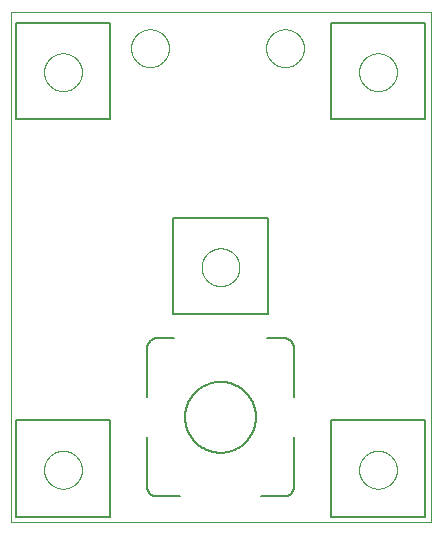
<source format=gto>
G75*
%MOIN*%
%OFA0B0*%
%FSLAX25Y25*%
%IPPOS*%
%LPD*%
%AMOC8*
5,1,8,0,0,1.08239X$1,22.5*
%
%ADD10C,0.00000*%
%ADD11C,0.00800*%
%ADD12C,0.00500*%
D10*
X0001000Y0001000D02*
X0001000Y0170961D01*
X0141000Y0171000D01*
X0141000Y0001000D01*
X0001000Y0001000D01*
X0012201Y0018500D02*
X0012203Y0018658D01*
X0012209Y0018816D01*
X0012219Y0018974D01*
X0012233Y0019132D01*
X0012251Y0019289D01*
X0012272Y0019446D01*
X0012298Y0019602D01*
X0012328Y0019758D01*
X0012361Y0019913D01*
X0012399Y0020066D01*
X0012440Y0020219D01*
X0012485Y0020371D01*
X0012534Y0020522D01*
X0012587Y0020671D01*
X0012643Y0020819D01*
X0012703Y0020965D01*
X0012767Y0021110D01*
X0012835Y0021253D01*
X0012906Y0021395D01*
X0012980Y0021535D01*
X0013058Y0021672D01*
X0013140Y0021808D01*
X0013224Y0021942D01*
X0013313Y0022073D01*
X0013404Y0022202D01*
X0013499Y0022329D01*
X0013596Y0022454D01*
X0013697Y0022576D01*
X0013801Y0022695D01*
X0013908Y0022812D01*
X0014018Y0022926D01*
X0014131Y0023037D01*
X0014246Y0023146D01*
X0014364Y0023251D01*
X0014485Y0023353D01*
X0014608Y0023453D01*
X0014734Y0023549D01*
X0014862Y0023642D01*
X0014992Y0023732D01*
X0015125Y0023818D01*
X0015260Y0023902D01*
X0015396Y0023981D01*
X0015535Y0024058D01*
X0015676Y0024130D01*
X0015818Y0024200D01*
X0015962Y0024265D01*
X0016108Y0024327D01*
X0016255Y0024385D01*
X0016404Y0024440D01*
X0016554Y0024491D01*
X0016705Y0024538D01*
X0016857Y0024581D01*
X0017010Y0024620D01*
X0017165Y0024656D01*
X0017320Y0024687D01*
X0017476Y0024715D01*
X0017632Y0024739D01*
X0017789Y0024759D01*
X0017947Y0024775D01*
X0018104Y0024787D01*
X0018263Y0024795D01*
X0018421Y0024799D01*
X0018579Y0024799D01*
X0018737Y0024795D01*
X0018896Y0024787D01*
X0019053Y0024775D01*
X0019211Y0024759D01*
X0019368Y0024739D01*
X0019524Y0024715D01*
X0019680Y0024687D01*
X0019835Y0024656D01*
X0019990Y0024620D01*
X0020143Y0024581D01*
X0020295Y0024538D01*
X0020446Y0024491D01*
X0020596Y0024440D01*
X0020745Y0024385D01*
X0020892Y0024327D01*
X0021038Y0024265D01*
X0021182Y0024200D01*
X0021324Y0024130D01*
X0021465Y0024058D01*
X0021604Y0023981D01*
X0021740Y0023902D01*
X0021875Y0023818D01*
X0022008Y0023732D01*
X0022138Y0023642D01*
X0022266Y0023549D01*
X0022392Y0023453D01*
X0022515Y0023353D01*
X0022636Y0023251D01*
X0022754Y0023146D01*
X0022869Y0023037D01*
X0022982Y0022926D01*
X0023092Y0022812D01*
X0023199Y0022695D01*
X0023303Y0022576D01*
X0023404Y0022454D01*
X0023501Y0022329D01*
X0023596Y0022202D01*
X0023687Y0022073D01*
X0023776Y0021942D01*
X0023860Y0021808D01*
X0023942Y0021672D01*
X0024020Y0021535D01*
X0024094Y0021395D01*
X0024165Y0021253D01*
X0024233Y0021110D01*
X0024297Y0020965D01*
X0024357Y0020819D01*
X0024413Y0020671D01*
X0024466Y0020522D01*
X0024515Y0020371D01*
X0024560Y0020219D01*
X0024601Y0020066D01*
X0024639Y0019913D01*
X0024672Y0019758D01*
X0024702Y0019602D01*
X0024728Y0019446D01*
X0024749Y0019289D01*
X0024767Y0019132D01*
X0024781Y0018974D01*
X0024791Y0018816D01*
X0024797Y0018658D01*
X0024799Y0018500D01*
X0024797Y0018342D01*
X0024791Y0018184D01*
X0024781Y0018026D01*
X0024767Y0017868D01*
X0024749Y0017711D01*
X0024728Y0017554D01*
X0024702Y0017398D01*
X0024672Y0017242D01*
X0024639Y0017087D01*
X0024601Y0016934D01*
X0024560Y0016781D01*
X0024515Y0016629D01*
X0024466Y0016478D01*
X0024413Y0016329D01*
X0024357Y0016181D01*
X0024297Y0016035D01*
X0024233Y0015890D01*
X0024165Y0015747D01*
X0024094Y0015605D01*
X0024020Y0015465D01*
X0023942Y0015328D01*
X0023860Y0015192D01*
X0023776Y0015058D01*
X0023687Y0014927D01*
X0023596Y0014798D01*
X0023501Y0014671D01*
X0023404Y0014546D01*
X0023303Y0014424D01*
X0023199Y0014305D01*
X0023092Y0014188D01*
X0022982Y0014074D01*
X0022869Y0013963D01*
X0022754Y0013854D01*
X0022636Y0013749D01*
X0022515Y0013647D01*
X0022392Y0013547D01*
X0022266Y0013451D01*
X0022138Y0013358D01*
X0022008Y0013268D01*
X0021875Y0013182D01*
X0021740Y0013098D01*
X0021604Y0013019D01*
X0021465Y0012942D01*
X0021324Y0012870D01*
X0021182Y0012800D01*
X0021038Y0012735D01*
X0020892Y0012673D01*
X0020745Y0012615D01*
X0020596Y0012560D01*
X0020446Y0012509D01*
X0020295Y0012462D01*
X0020143Y0012419D01*
X0019990Y0012380D01*
X0019835Y0012344D01*
X0019680Y0012313D01*
X0019524Y0012285D01*
X0019368Y0012261D01*
X0019211Y0012241D01*
X0019053Y0012225D01*
X0018896Y0012213D01*
X0018737Y0012205D01*
X0018579Y0012201D01*
X0018421Y0012201D01*
X0018263Y0012205D01*
X0018104Y0012213D01*
X0017947Y0012225D01*
X0017789Y0012241D01*
X0017632Y0012261D01*
X0017476Y0012285D01*
X0017320Y0012313D01*
X0017165Y0012344D01*
X0017010Y0012380D01*
X0016857Y0012419D01*
X0016705Y0012462D01*
X0016554Y0012509D01*
X0016404Y0012560D01*
X0016255Y0012615D01*
X0016108Y0012673D01*
X0015962Y0012735D01*
X0015818Y0012800D01*
X0015676Y0012870D01*
X0015535Y0012942D01*
X0015396Y0013019D01*
X0015260Y0013098D01*
X0015125Y0013182D01*
X0014992Y0013268D01*
X0014862Y0013358D01*
X0014734Y0013451D01*
X0014608Y0013547D01*
X0014485Y0013647D01*
X0014364Y0013749D01*
X0014246Y0013854D01*
X0014131Y0013963D01*
X0014018Y0014074D01*
X0013908Y0014188D01*
X0013801Y0014305D01*
X0013697Y0014424D01*
X0013596Y0014546D01*
X0013499Y0014671D01*
X0013404Y0014798D01*
X0013313Y0014927D01*
X0013224Y0015058D01*
X0013140Y0015192D01*
X0013058Y0015328D01*
X0012980Y0015465D01*
X0012906Y0015605D01*
X0012835Y0015747D01*
X0012767Y0015890D01*
X0012703Y0016035D01*
X0012643Y0016181D01*
X0012587Y0016329D01*
X0012534Y0016478D01*
X0012485Y0016629D01*
X0012440Y0016781D01*
X0012399Y0016934D01*
X0012361Y0017087D01*
X0012328Y0017242D01*
X0012298Y0017398D01*
X0012272Y0017554D01*
X0012251Y0017711D01*
X0012233Y0017868D01*
X0012219Y0018026D01*
X0012209Y0018184D01*
X0012203Y0018342D01*
X0012201Y0018500D01*
X0064701Y0086000D02*
X0064703Y0086158D01*
X0064709Y0086316D01*
X0064719Y0086474D01*
X0064733Y0086632D01*
X0064751Y0086789D01*
X0064772Y0086946D01*
X0064798Y0087102D01*
X0064828Y0087258D01*
X0064861Y0087413D01*
X0064899Y0087566D01*
X0064940Y0087719D01*
X0064985Y0087871D01*
X0065034Y0088022D01*
X0065087Y0088171D01*
X0065143Y0088319D01*
X0065203Y0088465D01*
X0065267Y0088610D01*
X0065335Y0088753D01*
X0065406Y0088895D01*
X0065480Y0089035D01*
X0065558Y0089172D01*
X0065640Y0089308D01*
X0065724Y0089442D01*
X0065813Y0089573D01*
X0065904Y0089702D01*
X0065999Y0089829D01*
X0066096Y0089954D01*
X0066197Y0090076D01*
X0066301Y0090195D01*
X0066408Y0090312D01*
X0066518Y0090426D01*
X0066631Y0090537D01*
X0066746Y0090646D01*
X0066864Y0090751D01*
X0066985Y0090853D01*
X0067108Y0090953D01*
X0067234Y0091049D01*
X0067362Y0091142D01*
X0067492Y0091232D01*
X0067625Y0091318D01*
X0067760Y0091402D01*
X0067896Y0091481D01*
X0068035Y0091558D01*
X0068176Y0091630D01*
X0068318Y0091700D01*
X0068462Y0091765D01*
X0068608Y0091827D01*
X0068755Y0091885D01*
X0068904Y0091940D01*
X0069054Y0091991D01*
X0069205Y0092038D01*
X0069357Y0092081D01*
X0069510Y0092120D01*
X0069665Y0092156D01*
X0069820Y0092187D01*
X0069976Y0092215D01*
X0070132Y0092239D01*
X0070289Y0092259D01*
X0070447Y0092275D01*
X0070604Y0092287D01*
X0070763Y0092295D01*
X0070921Y0092299D01*
X0071079Y0092299D01*
X0071237Y0092295D01*
X0071396Y0092287D01*
X0071553Y0092275D01*
X0071711Y0092259D01*
X0071868Y0092239D01*
X0072024Y0092215D01*
X0072180Y0092187D01*
X0072335Y0092156D01*
X0072490Y0092120D01*
X0072643Y0092081D01*
X0072795Y0092038D01*
X0072946Y0091991D01*
X0073096Y0091940D01*
X0073245Y0091885D01*
X0073392Y0091827D01*
X0073538Y0091765D01*
X0073682Y0091700D01*
X0073824Y0091630D01*
X0073965Y0091558D01*
X0074104Y0091481D01*
X0074240Y0091402D01*
X0074375Y0091318D01*
X0074508Y0091232D01*
X0074638Y0091142D01*
X0074766Y0091049D01*
X0074892Y0090953D01*
X0075015Y0090853D01*
X0075136Y0090751D01*
X0075254Y0090646D01*
X0075369Y0090537D01*
X0075482Y0090426D01*
X0075592Y0090312D01*
X0075699Y0090195D01*
X0075803Y0090076D01*
X0075904Y0089954D01*
X0076001Y0089829D01*
X0076096Y0089702D01*
X0076187Y0089573D01*
X0076276Y0089442D01*
X0076360Y0089308D01*
X0076442Y0089172D01*
X0076520Y0089035D01*
X0076594Y0088895D01*
X0076665Y0088753D01*
X0076733Y0088610D01*
X0076797Y0088465D01*
X0076857Y0088319D01*
X0076913Y0088171D01*
X0076966Y0088022D01*
X0077015Y0087871D01*
X0077060Y0087719D01*
X0077101Y0087566D01*
X0077139Y0087413D01*
X0077172Y0087258D01*
X0077202Y0087102D01*
X0077228Y0086946D01*
X0077249Y0086789D01*
X0077267Y0086632D01*
X0077281Y0086474D01*
X0077291Y0086316D01*
X0077297Y0086158D01*
X0077299Y0086000D01*
X0077297Y0085842D01*
X0077291Y0085684D01*
X0077281Y0085526D01*
X0077267Y0085368D01*
X0077249Y0085211D01*
X0077228Y0085054D01*
X0077202Y0084898D01*
X0077172Y0084742D01*
X0077139Y0084587D01*
X0077101Y0084434D01*
X0077060Y0084281D01*
X0077015Y0084129D01*
X0076966Y0083978D01*
X0076913Y0083829D01*
X0076857Y0083681D01*
X0076797Y0083535D01*
X0076733Y0083390D01*
X0076665Y0083247D01*
X0076594Y0083105D01*
X0076520Y0082965D01*
X0076442Y0082828D01*
X0076360Y0082692D01*
X0076276Y0082558D01*
X0076187Y0082427D01*
X0076096Y0082298D01*
X0076001Y0082171D01*
X0075904Y0082046D01*
X0075803Y0081924D01*
X0075699Y0081805D01*
X0075592Y0081688D01*
X0075482Y0081574D01*
X0075369Y0081463D01*
X0075254Y0081354D01*
X0075136Y0081249D01*
X0075015Y0081147D01*
X0074892Y0081047D01*
X0074766Y0080951D01*
X0074638Y0080858D01*
X0074508Y0080768D01*
X0074375Y0080682D01*
X0074240Y0080598D01*
X0074104Y0080519D01*
X0073965Y0080442D01*
X0073824Y0080370D01*
X0073682Y0080300D01*
X0073538Y0080235D01*
X0073392Y0080173D01*
X0073245Y0080115D01*
X0073096Y0080060D01*
X0072946Y0080009D01*
X0072795Y0079962D01*
X0072643Y0079919D01*
X0072490Y0079880D01*
X0072335Y0079844D01*
X0072180Y0079813D01*
X0072024Y0079785D01*
X0071868Y0079761D01*
X0071711Y0079741D01*
X0071553Y0079725D01*
X0071396Y0079713D01*
X0071237Y0079705D01*
X0071079Y0079701D01*
X0070921Y0079701D01*
X0070763Y0079705D01*
X0070604Y0079713D01*
X0070447Y0079725D01*
X0070289Y0079741D01*
X0070132Y0079761D01*
X0069976Y0079785D01*
X0069820Y0079813D01*
X0069665Y0079844D01*
X0069510Y0079880D01*
X0069357Y0079919D01*
X0069205Y0079962D01*
X0069054Y0080009D01*
X0068904Y0080060D01*
X0068755Y0080115D01*
X0068608Y0080173D01*
X0068462Y0080235D01*
X0068318Y0080300D01*
X0068176Y0080370D01*
X0068035Y0080442D01*
X0067896Y0080519D01*
X0067760Y0080598D01*
X0067625Y0080682D01*
X0067492Y0080768D01*
X0067362Y0080858D01*
X0067234Y0080951D01*
X0067108Y0081047D01*
X0066985Y0081147D01*
X0066864Y0081249D01*
X0066746Y0081354D01*
X0066631Y0081463D01*
X0066518Y0081574D01*
X0066408Y0081688D01*
X0066301Y0081805D01*
X0066197Y0081924D01*
X0066096Y0082046D01*
X0065999Y0082171D01*
X0065904Y0082298D01*
X0065813Y0082427D01*
X0065724Y0082558D01*
X0065640Y0082692D01*
X0065558Y0082828D01*
X0065480Y0082965D01*
X0065406Y0083105D01*
X0065335Y0083247D01*
X0065267Y0083390D01*
X0065203Y0083535D01*
X0065143Y0083681D01*
X0065087Y0083829D01*
X0065034Y0083978D01*
X0064985Y0084129D01*
X0064940Y0084281D01*
X0064899Y0084434D01*
X0064861Y0084587D01*
X0064828Y0084742D01*
X0064798Y0084898D01*
X0064772Y0085054D01*
X0064751Y0085211D01*
X0064733Y0085368D01*
X0064719Y0085526D01*
X0064709Y0085684D01*
X0064703Y0085842D01*
X0064701Y0086000D01*
X0012201Y0151000D02*
X0012203Y0151158D01*
X0012209Y0151316D01*
X0012219Y0151474D01*
X0012233Y0151632D01*
X0012251Y0151789D01*
X0012272Y0151946D01*
X0012298Y0152102D01*
X0012328Y0152258D01*
X0012361Y0152413D01*
X0012399Y0152566D01*
X0012440Y0152719D01*
X0012485Y0152871D01*
X0012534Y0153022D01*
X0012587Y0153171D01*
X0012643Y0153319D01*
X0012703Y0153465D01*
X0012767Y0153610D01*
X0012835Y0153753D01*
X0012906Y0153895D01*
X0012980Y0154035D01*
X0013058Y0154172D01*
X0013140Y0154308D01*
X0013224Y0154442D01*
X0013313Y0154573D01*
X0013404Y0154702D01*
X0013499Y0154829D01*
X0013596Y0154954D01*
X0013697Y0155076D01*
X0013801Y0155195D01*
X0013908Y0155312D01*
X0014018Y0155426D01*
X0014131Y0155537D01*
X0014246Y0155646D01*
X0014364Y0155751D01*
X0014485Y0155853D01*
X0014608Y0155953D01*
X0014734Y0156049D01*
X0014862Y0156142D01*
X0014992Y0156232D01*
X0015125Y0156318D01*
X0015260Y0156402D01*
X0015396Y0156481D01*
X0015535Y0156558D01*
X0015676Y0156630D01*
X0015818Y0156700D01*
X0015962Y0156765D01*
X0016108Y0156827D01*
X0016255Y0156885D01*
X0016404Y0156940D01*
X0016554Y0156991D01*
X0016705Y0157038D01*
X0016857Y0157081D01*
X0017010Y0157120D01*
X0017165Y0157156D01*
X0017320Y0157187D01*
X0017476Y0157215D01*
X0017632Y0157239D01*
X0017789Y0157259D01*
X0017947Y0157275D01*
X0018104Y0157287D01*
X0018263Y0157295D01*
X0018421Y0157299D01*
X0018579Y0157299D01*
X0018737Y0157295D01*
X0018896Y0157287D01*
X0019053Y0157275D01*
X0019211Y0157259D01*
X0019368Y0157239D01*
X0019524Y0157215D01*
X0019680Y0157187D01*
X0019835Y0157156D01*
X0019990Y0157120D01*
X0020143Y0157081D01*
X0020295Y0157038D01*
X0020446Y0156991D01*
X0020596Y0156940D01*
X0020745Y0156885D01*
X0020892Y0156827D01*
X0021038Y0156765D01*
X0021182Y0156700D01*
X0021324Y0156630D01*
X0021465Y0156558D01*
X0021604Y0156481D01*
X0021740Y0156402D01*
X0021875Y0156318D01*
X0022008Y0156232D01*
X0022138Y0156142D01*
X0022266Y0156049D01*
X0022392Y0155953D01*
X0022515Y0155853D01*
X0022636Y0155751D01*
X0022754Y0155646D01*
X0022869Y0155537D01*
X0022982Y0155426D01*
X0023092Y0155312D01*
X0023199Y0155195D01*
X0023303Y0155076D01*
X0023404Y0154954D01*
X0023501Y0154829D01*
X0023596Y0154702D01*
X0023687Y0154573D01*
X0023776Y0154442D01*
X0023860Y0154308D01*
X0023942Y0154172D01*
X0024020Y0154035D01*
X0024094Y0153895D01*
X0024165Y0153753D01*
X0024233Y0153610D01*
X0024297Y0153465D01*
X0024357Y0153319D01*
X0024413Y0153171D01*
X0024466Y0153022D01*
X0024515Y0152871D01*
X0024560Y0152719D01*
X0024601Y0152566D01*
X0024639Y0152413D01*
X0024672Y0152258D01*
X0024702Y0152102D01*
X0024728Y0151946D01*
X0024749Y0151789D01*
X0024767Y0151632D01*
X0024781Y0151474D01*
X0024791Y0151316D01*
X0024797Y0151158D01*
X0024799Y0151000D01*
X0024797Y0150842D01*
X0024791Y0150684D01*
X0024781Y0150526D01*
X0024767Y0150368D01*
X0024749Y0150211D01*
X0024728Y0150054D01*
X0024702Y0149898D01*
X0024672Y0149742D01*
X0024639Y0149587D01*
X0024601Y0149434D01*
X0024560Y0149281D01*
X0024515Y0149129D01*
X0024466Y0148978D01*
X0024413Y0148829D01*
X0024357Y0148681D01*
X0024297Y0148535D01*
X0024233Y0148390D01*
X0024165Y0148247D01*
X0024094Y0148105D01*
X0024020Y0147965D01*
X0023942Y0147828D01*
X0023860Y0147692D01*
X0023776Y0147558D01*
X0023687Y0147427D01*
X0023596Y0147298D01*
X0023501Y0147171D01*
X0023404Y0147046D01*
X0023303Y0146924D01*
X0023199Y0146805D01*
X0023092Y0146688D01*
X0022982Y0146574D01*
X0022869Y0146463D01*
X0022754Y0146354D01*
X0022636Y0146249D01*
X0022515Y0146147D01*
X0022392Y0146047D01*
X0022266Y0145951D01*
X0022138Y0145858D01*
X0022008Y0145768D01*
X0021875Y0145682D01*
X0021740Y0145598D01*
X0021604Y0145519D01*
X0021465Y0145442D01*
X0021324Y0145370D01*
X0021182Y0145300D01*
X0021038Y0145235D01*
X0020892Y0145173D01*
X0020745Y0145115D01*
X0020596Y0145060D01*
X0020446Y0145009D01*
X0020295Y0144962D01*
X0020143Y0144919D01*
X0019990Y0144880D01*
X0019835Y0144844D01*
X0019680Y0144813D01*
X0019524Y0144785D01*
X0019368Y0144761D01*
X0019211Y0144741D01*
X0019053Y0144725D01*
X0018896Y0144713D01*
X0018737Y0144705D01*
X0018579Y0144701D01*
X0018421Y0144701D01*
X0018263Y0144705D01*
X0018104Y0144713D01*
X0017947Y0144725D01*
X0017789Y0144741D01*
X0017632Y0144761D01*
X0017476Y0144785D01*
X0017320Y0144813D01*
X0017165Y0144844D01*
X0017010Y0144880D01*
X0016857Y0144919D01*
X0016705Y0144962D01*
X0016554Y0145009D01*
X0016404Y0145060D01*
X0016255Y0145115D01*
X0016108Y0145173D01*
X0015962Y0145235D01*
X0015818Y0145300D01*
X0015676Y0145370D01*
X0015535Y0145442D01*
X0015396Y0145519D01*
X0015260Y0145598D01*
X0015125Y0145682D01*
X0014992Y0145768D01*
X0014862Y0145858D01*
X0014734Y0145951D01*
X0014608Y0146047D01*
X0014485Y0146147D01*
X0014364Y0146249D01*
X0014246Y0146354D01*
X0014131Y0146463D01*
X0014018Y0146574D01*
X0013908Y0146688D01*
X0013801Y0146805D01*
X0013697Y0146924D01*
X0013596Y0147046D01*
X0013499Y0147171D01*
X0013404Y0147298D01*
X0013313Y0147427D01*
X0013224Y0147558D01*
X0013140Y0147692D01*
X0013058Y0147828D01*
X0012980Y0147965D01*
X0012906Y0148105D01*
X0012835Y0148247D01*
X0012767Y0148390D01*
X0012703Y0148535D01*
X0012643Y0148681D01*
X0012587Y0148829D01*
X0012534Y0148978D01*
X0012485Y0149129D01*
X0012440Y0149281D01*
X0012399Y0149434D01*
X0012361Y0149587D01*
X0012328Y0149742D01*
X0012298Y0149898D01*
X0012272Y0150054D01*
X0012251Y0150211D01*
X0012233Y0150368D01*
X0012219Y0150526D01*
X0012209Y0150684D01*
X0012203Y0150842D01*
X0012201Y0151000D01*
X0041201Y0159000D02*
X0041203Y0159158D01*
X0041209Y0159316D01*
X0041219Y0159474D01*
X0041233Y0159632D01*
X0041251Y0159789D01*
X0041272Y0159946D01*
X0041298Y0160102D01*
X0041328Y0160258D01*
X0041361Y0160413D01*
X0041399Y0160566D01*
X0041440Y0160719D01*
X0041485Y0160871D01*
X0041534Y0161022D01*
X0041587Y0161171D01*
X0041643Y0161319D01*
X0041703Y0161465D01*
X0041767Y0161610D01*
X0041835Y0161753D01*
X0041906Y0161895D01*
X0041980Y0162035D01*
X0042058Y0162172D01*
X0042140Y0162308D01*
X0042224Y0162442D01*
X0042313Y0162573D01*
X0042404Y0162702D01*
X0042499Y0162829D01*
X0042596Y0162954D01*
X0042697Y0163076D01*
X0042801Y0163195D01*
X0042908Y0163312D01*
X0043018Y0163426D01*
X0043131Y0163537D01*
X0043246Y0163646D01*
X0043364Y0163751D01*
X0043485Y0163853D01*
X0043608Y0163953D01*
X0043734Y0164049D01*
X0043862Y0164142D01*
X0043992Y0164232D01*
X0044125Y0164318D01*
X0044260Y0164402D01*
X0044396Y0164481D01*
X0044535Y0164558D01*
X0044676Y0164630D01*
X0044818Y0164700D01*
X0044962Y0164765D01*
X0045108Y0164827D01*
X0045255Y0164885D01*
X0045404Y0164940D01*
X0045554Y0164991D01*
X0045705Y0165038D01*
X0045857Y0165081D01*
X0046010Y0165120D01*
X0046165Y0165156D01*
X0046320Y0165187D01*
X0046476Y0165215D01*
X0046632Y0165239D01*
X0046789Y0165259D01*
X0046947Y0165275D01*
X0047104Y0165287D01*
X0047263Y0165295D01*
X0047421Y0165299D01*
X0047579Y0165299D01*
X0047737Y0165295D01*
X0047896Y0165287D01*
X0048053Y0165275D01*
X0048211Y0165259D01*
X0048368Y0165239D01*
X0048524Y0165215D01*
X0048680Y0165187D01*
X0048835Y0165156D01*
X0048990Y0165120D01*
X0049143Y0165081D01*
X0049295Y0165038D01*
X0049446Y0164991D01*
X0049596Y0164940D01*
X0049745Y0164885D01*
X0049892Y0164827D01*
X0050038Y0164765D01*
X0050182Y0164700D01*
X0050324Y0164630D01*
X0050465Y0164558D01*
X0050604Y0164481D01*
X0050740Y0164402D01*
X0050875Y0164318D01*
X0051008Y0164232D01*
X0051138Y0164142D01*
X0051266Y0164049D01*
X0051392Y0163953D01*
X0051515Y0163853D01*
X0051636Y0163751D01*
X0051754Y0163646D01*
X0051869Y0163537D01*
X0051982Y0163426D01*
X0052092Y0163312D01*
X0052199Y0163195D01*
X0052303Y0163076D01*
X0052404Y0162954D01*
X0052501Y0162829D01*
X0052596Y0162702D01*
X0052687Y0162573D01*
X0052776Y0162442D01*
X0052860Y0162308D01*
X0052942Y0162172D01*
X0053020Y0162035D01*
X0053094Y0161895D01*
X0053165Y0161753D01*
X0053233Y0161610D01*
X0053297Y0161465D01*
X0053357Y0161319D01*
X0053413Y0161171D01*
X0053466Y0161022D01*
X0053515Y0160871D01*
X0053560Y0160719D01*
X0053601Y0160566D01*
X0053639Y0160413D01*
X0053672Y0160258D01*
X0053702Y0160102D01*
X0053728Y0159946D01*
X0053749Y0159789D01*
X0053767Y0159632D01*
X0053781Y0159474D01*
X0053791Y0159316D01*
X0053797Y0159158D01*
X0053799Y0159000D01*
X0053797Y0158842D01*
X0053791Y0158684D01*
X0053781Y0158526D01*
X0053767Y0158368D01*
X0053749Y0158211D01*
X0053728Y0158054D01*
X0053702Y0157898D01*
X0053672Y0157742D01*
X0053639Y0157587D01*
X0053601Y0157434D01*
X0053560Y0157281D01*
X0053515Y0157129D01*
X0053466Y0156978D01*
X0053413Y0156829D01*
X0053357Y0156681D01*
X0053297Y0156535D01*
X0053233Y0156390D01*
X0053165Y0156247D01*
X0053094Y0156105D01*
X0053020Y0155965D01*
X0052942Y0155828D01*
X0052860Y0155692D01*
X0052776Y0155558D01*
X0052687Y0155427D01*
X0052596Y0155298D01*
X0052501Y0155171D01*
X0052404Y0155046D01*
X0052303Y0154924D01*
X0052199Y0154805D01*
X0052092Y0154688D01*
X0051982Y0154574D01*
X0051869Y0154463D01*
X0051754Y0154354D01*
X0051636Y0154249D01*
X0051515Y0154147D01*
X0051392Y0154047D01*
X0051266Y0153951D01*
X0051138Y0153858D01*
X0051008Y0153768D01*
X0050875Y0153682D01*
X0050740Y0153598D01*
X0050604Y0153519D01*
X0050465Y0153442D01*
X0050324Y0153370D01*
X0050182Y0153300D01*
X0050038Y0153235D01*
X0049892Y0153173D01*
X0049745Y0153115D01*
X0049596Y0153060D01*
X0049446Y0153009D01*
X0049295Y0152962D01*
X0049143Y0152919D01*
X0048990Y0152880D01*
X0048835Y0152844D01*
X0048680Y0152813D01*
X0048524Y0152785D01*
X0048368Y0152761D01*
X0048211Y0152741D01*
X0048053Y0152725D01*
X0047896Y0152713D01*
X0047737Y0152705D01*
X0047579Y0152701D01*
X0047421Y0152701D01*
X0047263Y0152705D01*
X0047104Y0152713D01*
X0046947Y0152725D01*
X0046789Y0152741D01*
X0046632Y0152761D01*
X0046476Y0152785D01*
X0046320Y0152813D01*
X0046165Y0152844D01*
X0046010Y0152880D01*
X0045857Y0152919D01*
X0045705Y0152962D01*
X0045554Y0153009D01*
X0045404Y0153060D01*
X0045255Y0153115D01*
X0045108Y0153173D01*
X0044962Y0153235D01*
X0044818Y0153300D01*
X0044676Y0153370D01*
X0044535Y0153442D01*
X0044396Y0153519D01*
X0044260Y0153598D01*
X0044125Y0153682D01*
X0043992Y0153768D01*
X0043862Y0153858D01*
X0043734Y0153951D01*
X0043608Y0154047D01*
X0043485Y0154147D01*
X0043364Y0154249D01*
X0043246Y0154354D01*
X0043131Y0154463D01*
X0043018Y0154574D01*
X0042908Y0154688D01*
X0042801Y0154805D01*
X0042697Y0154924D01*
X0042596Y0155046D01*
X0042499Y0155171D01*
X0042404Y0155298D01*
X0042313Y0155427D01*
X0042224Y0155558D01*
X0042140Y0155692D01*
X0042058Y0155828D01*
X0041980Y0155965D01*
X0041906Y0156105D01*
X0041835Y0156247D01*
X0041767Y0156390D01*
X0041703Y0156535D01*
X0041643Y0156681D01*
X0041587Y0156829D01*
X0041534Y0156978D01*
X0041485Y0157129D01*
X0041440Y0157281D01*
X0041399Y0157434D01*
X0041361Y0157587D01*
X0041328Y0157742D01*
X0041298Y0157898D01*
X0041272Y0158054D01*
X0041251Y0158211D01*
X0041233Y0158368D01*
X0041219Y0158526D01*
X0041209Y0158684D01*
X0041203Y0158842D01*
X0041201Y0159000D01*
X0086201Y0159000D02*
X0086203Y0159158D01*
X0086209Y0159316D01*
X0086219Y0159474D01*
X0086233Y0159632D01*
X0086251Y0159789D01*
X0086272Y0159946D01*
X0086298Y0160102D01*
X0086328Y0160258D01*
X0086361Y0160413D01*
X0086399Y0160566D01*
X0086440Y0160719D01*
X0086485Y0160871D01*
X0086534Y0161022D01*
X0086587Y0161171D01*
X0086643Y0161319D01*
X0086703Y0161465D01*
X0086767Y0161610D01*
X0086835Y0161753D01*
X0086906Y0161895D01*
X0086980Y0162035D01*
X0087058Y0162172D01*
X0087140Y0162308D01*
X0087224Y0162442D01*
X0087313Y0162573D01*
X0087404Y0162702D01*
X0087499Y0162829D01*
X0087596Y0162954D01*
X0087697Y0163076D01*
X0087801Y0163195D01*
X0087908Y0163312D01*
X0088018Y0163426D01*
X0088131Y0163537D01*
X0088246Y0163646D01*
X0088364Y0163751D01*
X0088485Y0163853D01*
X0088608Y0163953D01*
X0088734Y0164049D01*
X0088862Y0164142D01*
X0088992Y0164232D01*
X0089125Y0164318D01*
X0089260Y0164402D01*
X0089396Y0164481D01*
X0089535Y0164558D01*
X0089676Y0164630D01*
X0089818Y0164700D01*
X0089962Y0164765D01*
X0090108Y0164827D01*
X0090255Y0164885D01*
X0090404Y0164940D01*
X0090554Y0164991D01*
X0090705Y0165038D01*
X0090857Y0165081D01*
X0091010Y0165120D01*
X0091165Y0165156D01*
X0091320Y0165187D01*
X0091476Y0165215D01*
X0091632Y0165239D01*
X0091789Y0165259D01*
X0091947Y0165275D01*
X0092104Y0165287D01*
X0092263Y0165295D01*
X0092421Y0165299D01*
X0092579Y0165299D01*
X0092737Y0165295D01*
X0092896Y0165287D01*
X0093053Y0165275D01*
X0093211Y0165259D01*
X0093368Y0165239D01*
X0093524Y0165215D01*
X0093680Y0165187D01*
X0093835Y0165156D01*
X0093990Y0165120D01*
X0094143Y0165081D01*
X0094295Y0165038D01*
X0094446Y0164991D01*
X0094596Y0164940D01*
X0094745Y0164885D01*
X0094892Y0164827D01*
X0095038Y0164765D01*
X0095182Y0164700D01*
X0095324Y0164630D01*
X0095465Y0164558D01*
X0095604Y0164481D01*
X0095740Y0164402D01*
X0095875Y0164318D01*
X0096008Y0164232D01*
X0096138Y0164142D01*
X0096266Y0164049D01*
X0096392Y0163953D01*
X0096515Y0163853D01*
X0096636Y0163751D01*
X0096754Y0163646D01*
X0096869Y0163537D01*
X0096982Y0163426D01*
X0097092Y0163312D01*
X0097199Y0163195D01*
X0097303Y0163076D01*
X0097404Y0162954D01*
X0097501Y0162829D01*
X0097596Y0162702D01*
X0097687Y0162573D01*
X0097776Y0162442D01*
X0097860Y0162308D01*
X0097942Y0162172D01*
X0098020Y0162035D01*
X0098094Y0161895D01*
X0098165Y0161753D01*
X0098233Y0161610D01*
X0098297Y0161465D01*
X0098357Y0161319D01*
X0098413Y0161171D01*
X0098466Y0161022D01*
X0098515Y0160871D01*
X0098560Y0160719D01*
X0098601Y0160566D01*
X0098639Y0160413D01*
X0098672Y0160258D01*
X0098702Y0160102D01*
X0098728Y0159946D01*
X0098749Y0159789D01*
X0098767Y0159632D01*
X0098781Y0159474D01*
X0098791Y0159316D01*
X0098797Y0159158D01*
X0098799Y0159000D01*
X0098797Y0158842D01*
X0098791Y0158684D01*
X0098781Y0158526D01*
X0098767Y0158368D01*
X0098749Y0158211D01*
X0098728Y0158054D01*
X0098702Y0157898D01*
X0098672Y0157742D01*
X0098639Y0157587D01*
X0098601Y0157434D01*
X0098560Y0157281D01*
X0098515Y0157129D01*
X0098466Y0156978D01*
X0098413Y0156829D01*
X0098357Y0156681D01*
X0098297Y0156535D01*
X0098233Y0156390D01*
X0098165Y0156247D01*
X0098094Y0156105D01*
X0098020Y0155965D01*
X0097942Y0155828D01*
X0097860Y0155692D01*
X0097776Y0155558D01*
X0097687Y0155427D01*
X0097596Y0155298D01*
X0097501Y0155171D01*
X0097404Y0155046D01*
X0097303Y0154924D01*
X0097199Y0154805D01*
X0097092Y0154688D01*
X0096982Y0154574D01*
X0096869Y0154463D01*
X0096754Y0154354D01*
X0096636Y0154249D01*
X0096515Y0154147D01*
X0096392Y0154047D01*
X0096266Y0153951D01*
X0096138Y0153858D01*
X0096008Y0153768D01*
X0095875Y0153682D01*
X0095740Y0153598D01*
X0095604Y0153519D01*
X0095465Y0153442D01*
X0095324Y0153370D01*
X0095182Y0153300D01*
X0095038Y0153235D01*
X0094892Y0153173D01*
X0094745Y0153115D01*
X0094596Y0153060D01*
X0094446Y0153009D01*
X0094295Y0152962D01*
X0094143Y0152919D01*
X0093990Y0152880D01*
X0093835Y0152844D01*
X0093680Y0152813D01*
X0093524Y0152785D01*
X0093368Y0152761D01*
X0093211Y0152741D01*
X0093053Y0152725D01*
X0092896Y0152713D01*
X0092737Y0152705D01*
X0092579Y0152701D01*
X0092421Y0152701D01*
X0092263Y0152705D01*
X0092104Y0152713D01*
X0091947Y0152725D01*
X0091789Y0152741D01*
X0091632Y0152761D01*
X0091476Y0152785D01*
X0091320Y0152813D01*
X0091165Y0152844D01*
X0091010Y0152880D01*
X0090857Y0152919D01*
X0090705Y0152962D01*
X0090554Y0153009D01*
X0090404Y0153060D01*
X0090255Y0153115D01*
X0090108Y0153173D01*
X0089962Y0153235D01*
X0089818Y0153300D01*
X0089676Y0153370D01*
X0089535Y0153442D01*
X0089396Y0153519D01*
X0089260Y0153598D01*
X0089125Y0153682D01*
X0088992Y0153768D01*
X0088862Y0153858D01*
X0088734Y0153951D01*
X0088608Y0154047D01*
X0088485Y0154147D01*
X0088364Y0154249D01*
X0088246Y0154354D01*
X0088131Y0154463D01*
X0088018Y0154574D01*
X0087908Y0154688D01*
X0087801Y0154805D01*
X0087697Y0154924D01*
X0087596Y0155046D01*
X0087499Y0155171D01*
X0087404Y0155298D01*
X0087313Y0155427D01*
X0087224Y0155558D01*
X0087140Y0155692D01*
X0087058Y0155828D01*
X0086980Y0155965D01*
X0086906Y0156105D01*
X0086835Y0156247D01*
X0086767Y0156390D01*
X0086703Y0156535D01*
X0086643Y0156681D01*
X0086587Y0156829D01*
X0086534Y0156978D01*
X0086485Y0157129D01*
X0086440Y0157281D01*
X0086399Y0157434D01*
X0086361Y0157587D01*
X0086328Y0157742D01*
X0086298Y0157898D01*
X0086272Y0158054D01*
X0086251Y0158211D01*
X0086233Y0158368D01*
X0086219Y0158526D01*
X0086209Y0158684D01*
X0086203Y0158842D01*
X0086201Y0159000D01*
X0117201Y0151000D02*
X0117203Y0151158D01*
X0117209Y0151316D01*
X0117219Y0151474D01*
X0117233Y0151632D01*
X0117251Y0151789D01*
X0117272Y0151946D01*
X0117298Y0152102D01*
X0117328Y0152258D01*
X0117361Y0152413D01*
X0117399Y0152566D01*
X0117440Y0152719D01*
X0117485Y0152871D01*
X0117534Y0153022D01*
X0117587Y0153171D01*
X0117643Y0153319D01*
X0117703Y0153465D01*
X0117767Y0153610D01*
X0117835Y0153753D01*
X0117906Y0153895D01*
X0117980Y0154035D01*
X0118058Y0154172D01*
X0118140Y0154308D01*
X0118224Y0154442D01*
X0118313Y0154573D01*
X0118404Y0154702D01*
X0118499Y0154829D01*
X0118596Y0154954D01*
X0118697Y0155076D01*
X0118801Y0155195D01*
X0118908Y0155312D01*
X0119018Y0155426D01*
X0119131Y0155537D01*
X0119246Y0155646D01*
X0119364Y0155751D01*
X0119485Y0155853D01*
X0119608Y0155953D01*
X0119734Y0156049D01*
X0119862Y0156142D01*
X0119992Y0156232D01*
X0120125Y0156318D01*
X0120260Y0156402D01*
X0120396Y0156481D01*
X0120535Y0156558D01*
X0120676Y0156630D01*
X0120818Y0156700D01*
X0120962Y0156765D01*
X0121108Y0156827D01*
X0121255Y0156885D01*
X0121404Y0156940D01*
X0121554Y0156991D01*
X0121705Y0157038D01*
X0121857Y0157081D01*
X0122010Y0157120D01*
X0122165Y0157156D01*
X0122320Y0157187D01*
X0122476Y0157215D01*
X0122632Y0157239D01*
X0122789Y0157259D01*
X0122947Y0157275D01*
X0123104Y0157287D01*
X0123263Y0157295D01*
X0123421Y0157299D01*
X0123579Y0157299D01*
X0123737Y0157295D01*
X0123896Y0157287D01*
X0124053Y0157275D01*
X0124211Y0157259D01*
X0124368Y0157239D01*
X0124524Y0157215D01*
X0124680Y0157187D01*
X0124835Y0157156D01*
X0124990Y0157120D01*
X0125143Y0157081D01*
X0125295Y0157038D01*
X0125446Y0156991D01*
X0125596Y0156940D01*
X0125745Y0156885D01*
X0125892Y0156827D01*
X0126038Y0156765D01*
X0126182Y0156700D01*
X0126324Y0156630D01*
X0126465Y0156558D01*
X0126604Y0156481D01*
X0126740Y0156402D01*
X0126875Y0156318D01*
X0127008Y0156232D01*
X0127138Y0156142D01*
X0127266Y0156049D01*
X0127392Y0155953D01*
X0127515Y0155853D01*
X0127636Y0155751D01*
X0127754Y0155646D01*
X0127869Y0155537D01*
X0127982Y0155426D01*
X0128092Y0155312D01*
X0128199Y0155195D01*
X0128303Y0155076D01*
X0128404Y0154954D01*
X0128501Y0154829D01*
X0128596Y0154702D01*
X0128687Y0154573D01*
X0128776Y0154442D01*
X0128860Y0154308D01*
X0128942Y0154172D01*
X0129020Y0154035D01*
X0129094Y0153895D01*
X0129165Y0153753D01*
X0129233Y0153610D01*
X0129297Y0153465D01*
X0129357Y0153319D01*
X0129413Y0153171D01*
X0129466Y0153022D01*
X0129515Y0152871D01*
X0129560Y0152719D01*
X0129601Y0152566D01*
X0129639Y0152413D01*
X0129672Y0152258D01*
X0129702Y0152102D01*
X0129728Y0151946D01*
X0129749Y0151789D01*
X0129767Y0151632D01*
X0129781Y0151474D01*
X0129791Y0151316D01*
X0129797Y0151158D01*
X0129799Y0151000D01*
X0129797Y0150842D01*
X0129791Y0150684D01*
X0129781Y0150526D01*
X0129767Y0150368D01*
X0129749Y0150211D01*
X0129728Y0150054D01*
X0129702Y0149898D01*
X0129672Y0149742D01*
X0129639Y0149587D01*
X0129601Y0149434D01*
X0129560Y0149281D01*
X0129515Y0149129D01*
X0129466Y0148978D01*
X0129413Y0148829D01*
X0129357Y0148681D01*
X0129297Y0148535D01*
X0129233Y0148390D01*
X0129165Y0148247D01*
X0129094Y0148105D01*
X0129020Y0147965D01*
X0128942Y0147828D01*
X0128860Y0147692D01*
X0128776Y0147558D01*
X0128687Y0147427D01*
X0128596Y0147298D01*
X0128501Y0147171D01*
X0128404Y0147046D01*
X0128303Y0146924D01*
X0128199Y0146805D01*
X0128092Y0146688D01*
X0127982Y0146574D01*
X0127869Y0146463D01*
X0127754Y0146354D01*
X0127636Y0146249D01*
X0127515Y0146147D01*
X0127392Y0146047D01*
X0127266Y0145951D01*
X0127138Y0145858D01*
X0127008Y0145768D01*
X0126875Y0145682D01*
X0126740Y0145598D01*
X0126604Y0145519D01*
X0126465Y0145442D01*
X0126324Y0145370D01*
X0126182Y0145300D01*
X0126038Y0145235D01*
X0125892Y0145173D01*
X0125745Y0145115D01*
X0125596Y0145060D01*
X0125446Y0145009D01*
X0125295Y0144962D01*
X0125143Y0144919D01*
X0124990Y0144880D01*
X0124835Y0144844D01*
X0124680Y0144813D01*
X0124524Y0144785D01*
X0124368Y0144761D01*
X0124211Y0144741D01*
X0124053Y0144725D01*
X0123896Y0144713D01*
X0123737Y0144705D01*
X0123579Y0144701D01*
X0123421Y0144701D01*
X0123263Y0144705D01*
X0123104Y0144713D01*
X0122947Y0144725D01*
X0122789Y0144741D01*
X0122632Y0144761D01*
X0122476Y0144785D01*
X0122320Y0144813D01*
X0122165Y0144844D01*
X0122010Y0144880D01*
X0121857Y0144919D01*
X0121705Y0144962D01*
X0121554Y0145009D01*
X0121404Y0145060D01*
X0121255Y0145115D01*
X0121108Y0145173D01*
X0120962Y0145235D01*
X0120818Y0145300D01*
X0120676Y0145370D01*
X0120535Y0145442D01*
X0120396Y0145519D01*
X0120260Y0145598D01*
X0120125Y0145682D01*
X0119992Y0145768D01*
X0119862Y0145858D01*
X0119734Y0145951D01*
X0119608Y0146047D01*
X0119485Y0146147D01*
X0119364Y0146249D01*
X0119246Y0146354D01*
X0119131Y0146463D01*
X0119018Y0146574D01*
X0118908Y0146688D01*
X0118801Y0146805D01*
X0118697Y0146924D01*
X0118596Y0147046D01*
X0118499Y0147171D01*
X0118404Y0147298D01*
X0118313Y0147427D01*
X0118224Y0147558D01*
X0118140Y0147692D01*
X0118058Y0147828D01*
X0117980Y0147965D01*
X0117906Y0148105D01*
X0117835Y0148247D01*
X0117767Y0148390D01*
X0117703Y0148535D01*
X0117643Y0148681D01*
X0117587Y0148829D01*
X0117534Y0148978D01*
X0117485Y0149129D01*
X0117440Y0149281D01*
X0117399Y0149434D01*
X0117361Y0149587D01*
X0117328Y0149742D01*
X0117298Y0149898D01*
X0117272Y0150054D01*
X0117251Y0150211D01*
X0117233Y0150368D01*
X0117219Y0150526D01*
X0117209Y0150684D01*
X0117203Y0150842D01*
X0117201Y0151000D01*
X0117201Y0018500D02*
X0117203Y0018658D01*
X0117209Y0018816D01*
X0117219Y0018974D01*
X0117233Y0019132D01*
X0117251Y0019289D01*
X0117272Y0019446D01*
X0117298Y0019602D01*
X0117328Y0019758D01*
X0117361Y0019913D01*
X0117399Y0020066D01*
X0117440Y0020219D01*
X0117485Y0020371D01*
X0117534Y0020522D01*
X0117587Y0020671D01*
X0117643Y0020819D01*
X0117703Y0020965D01*
X0117767Y0021110D01*
X0117835Y0021253D01*
X0117906Y0021395D01*
X0117980Y0021535D01*
X0118058Y0021672D01*
X0118140Y0021808D01*
X0118224Y0021942D01*
X0118313Y0022073D01*
X0118404Y0022202D01*
X0118499Y0022329D01*
X0118596Y0022454D01*
X0118697Y0022576D01*
X0118801Y0022695D01*
X0118908Y0022812D01*
X0119018Y0022926D01*
X0119131Y0023037D01*
X0119246Y0023146D01*
X0119364Y0023251D01*
X0119485Y0023353D01*
X0119608Y0023453D01*
X0119734Y0023549D01*
X0119862Y0023642D01*
X0119992Y0023732D01*
X0120125Y0023818D01*
X0120260Y0023902D01*
X0120396Y0023981D01*
X0120535Y0024058D01*
X0120676Y0024130D01*
X0120818Y0024200D01*
X0120962Y0024265D01*
X0121108Y0024327D01*
X0121255Y0024385D01*
X0121404Y0024440D01*
X0121554Y0024491D01*
X0121705Y0024538D01*
X0121857Y0024581D01*
X0122010Y0024620D01*
X0122165Y0024656D01*
X0122320Y0024687D01*
X0122476Y0024715D01*
X0122632Y0024739D01*
X0122789Y0024759D01*
X0122947Y0024775D01*
X0123104Y0024787D01*
X0123263Y0024795D01*
X0123421Y0024799D01*
X0123579Y0024799D01*
X0123737Y0024795D01*
X0123896Y0024787D01*
X0124053Y0024775D01*
X0124211Y0024759D01*
X0124368Y0024739D01*
X0124524Y0024715D01*
X0124680Y0024687D01*
X0124835Y0024656D01*
X0124990Y0024620D01*
X0125143Y0024581D01*
X0125295Y0024538D01*
X0125446Y0024491D01*
X0125596Y0024440D01*
X0125745Y0024385D01*
X0125892Y0024327D01*
X0126038Y0024265D01*
X0126182Y0024200D01*
X0126324Y0024130D01*
X0126465Y0024058D01*
X0126604Y0023981D01*
X0126740Y0023902D01*
X0126875Y0023818D01*
X0127008Y0023732D01*
X0127138Y0023642D01*
X0127266Y0023549D01*
X0127392Y0023453D01*
X0127515Y0023353D01*
X0127636Y0023251D01*
X0127754Y0023146D01*
X0127869Y0023037D01*
X0127982Y0022926D01*
X0128092Y0022812D01*
X0128199Y0022695D01*
X0128303Y0022576D01*
X0128404Y0022454D01*
X0128501Y0022329D01*
X0128596Y0022202D01*
X0128687Y0022073D01*
X0128776Y0021942D01*
X0128860Y0021808D01*
X0128942Y0021672D01*
X0129020Y0021535D01*
X0129094Y0021395D01*
X0129165Y0021253D01*
X0129233Y0021110D01*
X0129297Y0020965D01*
X0129357Y0020819D01*
X0129413Y0020671D01*
X0129466Y0020522D01*
X0129515Y0020371D01*
X0129560Y0020219D01*
X0129601Y0020066D01*
X0129639Y0019913D01*
X0129672Y0019758D01*
X0129702Y0019602D01*
X0129728Y0019446D01*
X0129749Y0019289D01*
X0129767Y0019132D01*
X0129781Y0018974D01*
X0129791Y0018816D01*
X0129797Y0018658D01*
X0129799Y0018500D01*
X0129797Y0018342D01*
X0129791Y0018184D01*
X0129781Y0018026D01*
X0129767Y0017868D01*
X0129749Y0017711D01*
X0129728Y0017554D01*
X0129702Y0017398D01*
X0129672Y0017242D01*
X0129639Y0017087D01*
X0129601Y0016934D01*
X0129560Y0016781D01*
X0129515Y0016629D01*
X0129466Y0016478D01*
X0129413Y0016329D01*
X0129357Y0016181D01*
X0129297Y0016035D01*
X0129233Y0015890D01*
X0129165Y0015747D01*
X0129094Y0015605D01*
X0129020Y0015465D01*
X0128942Y0015328D01*
X0128860Y0015192D01*
X0128776Y0015058D01*
X0128687Y0014927D01*
X0128596Y0014798D01*
X0128501Y0014671D01*
X0128404Y0014546D01*
X0128303Y0014424D01*
X0128199Y0014305D01*
X0128092Y0014188D01*
X0127982Y0014074D01*
X0127869Y0013963D01*
X0127754Y0013854D01*
X0127636Y0013749D01*
X0127515Y0013647D01*
X0127392Y0013547D01*
X0127266Y0013451D01*
X0127138Y0013358D01*
X0127008Y0013268D01*
X0126875Y0013182D01*
X0126740Y0013098D01*
X0126604Y0013019D01*
X0126465Y0012942D01*
X0126324Y0012870D01*
X0126182Y0012800D01*
X0126038Y0012735D01*
X0125892Y0012673D01*
X0125745Y0012615D01*
X0125596Y0012560D01*
X0125446Y0012509D01*
X0125295Y0012462D01*
X0125143Y0012419D01*
X0124990Y0012380D01*
X0124835Y0012344D01*
X0124680Y0012313D01*
X0124524Y0012285D01*
X0124368Y0012261D01*
X0124211Y0012241D01*
X0124053Y0012225D01*
X0123896Y0012213D01*
X0123737Y0012205D01*
X0123579Y0012201D01*
X0123421Y0012201D01*
X0123263Y0012205D01*
X0123104Y0012213D01*
X0122947Y0012225D01*
X0122789Y0012241D01*
X0122632Y0012261D01*
X0122476Y0012285D01*
X0122320Y0012313D01*
X0122165Y0012344D01*
X0122010Y0012380D01*
X0121857Y0012419D01*
X0121705Y0012462D01*
X0121554Y0012509D01*
X0121404Y0012560D01*
X0121255Y0012615D01*
X0121108Y0012673D01*
X0120962Y0012735D01*
X0120818Y0012800D01*
X0120676Y0012870D01*
X0120535Y0012942D01*
X0120396Y0013019D01*
X0120260Y0013098D01*
X0120125Y0013182D01*
X0119992Y0013268D01*
X0119862Y0013358D01*
X0119734Y0013451D01*
X0119608Y0013547D01*
X0119485Y0013647D01*
X0119364Y0013749D01*
X0119246Y0013854D01*
X0119131Y0013963D01*
X0119018Y0014074D01*
X0118908Y0014188D01*
X0118801Y0014305D01*
X0118697Y0014424D01*
X0118596Y0014546D01*
X0118499Y0014671D01*
X0118404Y0014798D01*
X0118313Y0014927D01*
X0118224Y0015058D01*
X0118140Y0015192D01*
X0118058Y0015328D01*
X0117980Y0015465D01*
X0117906Y0015605D01*
X0117835Y0015747D01*
X0117767Y0015890D01*
X0117703Y0016035D01*
X0117643Y0016181D01*
X0117587Y0016329D01*
X0117534Y0016478D01*
X0117485Y0016629D01*
X0117440Y0016781D01*
X0117399Y0016934D01*
X0117361Y0017087D01*
X0117328Y0017242D01*
X0117298Y0017398D01*
X0117272Y0017554D01*
X0117251Y0017711D01*
X0117233Y0017868D01*
X0117219Y0018026D01*
X0117209Y0018184D01*
X0117203Y0018342D01*
X0117201Y0018500D01*
D11*
X0095409Y0012796D02*
X0095409Y0029307D01*
X0095409Y0042693D02*
X0095409Y0059204D01*
X0095407Y0059315D01*
X0095401Y0059425D01*
X0095392Y0059536D01*
X0095378Y0059646D01*
X0095361Y0059755D01*
X0095340Y0059864D01*
X0095315Y0059972D01*
X0095286Y0060079D01*
X0095254Y0060185D01*
X0095218Y0060290D01*
X0095178Y0060393D01*
X0095135Y0060495D01*
X0095088Y0060595D01*
X0095037Y0060694D01*
X0094984Y0060791D01*
X0094927Y0060886D01*
X0094866Y0060979D01*
X0094803Y0061070D01*
X0094736Y0061158D01*
X0094666Y0061244D01*
X0094594Y0061328D01*
X0094518Y0061409D01*
X0094440Y0061487D01*
X0094359Y0061563D01*
X0094275Y0061635D01*
X0094189Y0061705D01*
X0094101Y0061772D01*
X0094010Y0061835D01*
X0093917Y0061896D01*
X0093822Y0061953D01*
X0093725Y0062006D01*
X0093626Y0062057D01*
X0093526Y0062104D01*
X0093424Y0062147D01*
X0093321Y0062187D01*
X0093216Y0062223D01*
X0093110Y0062255D01*
X0093003Y0062284D01*
X0092895Y0062309D01*
X0092786Y0062330D01*
X0092677Y0062347D01*
X0092567Y0062361D01*
X0092456Y0062370D01*
X0092346Y0062376D01*
X0092235Y0062378D01*
X0086354Y0062378D01*
X0059189Y0036000D02*
X0059193Y0036290D01*
X0059203Y0036580D01*
X0059221Y0036869D01*
X0059246Y0037158D01*
X0059278Y0037446D01*
X0059317Y0037733D01*
X0059363Y0038019D01*
X0059416Y0038304D01*
X0059476Y0038588D01*
X0059543Y0038870D01*
X0059617Y0039150D01*
X0059698Y0039429D01*
X0059785Y0039705D01*
X0059879Y0039979D01*
X0059980Y0040251D01*
X0060088Y0040520D01*
X0060202Y0040786D01*
X0060323Y0041050D01*
X0060450Y0041310D01*
X0060584Y0041568D01*
X0060723Y0041822D01*
X0060869Y0042072D01*
X0061021Y0042319D01*
X0061180Y0042562D01*
X0061344Y0042801D01*
X0061513Y0043036D01*
X0061689Y0043267D01*
X0061870Y0043493D01*
X0062057Y0043715D01*
X0062249Y0043932D01*
X0062446Y0044144D01*
X0062648Y0044352D01*
X0062856Y0044554D01*
X0063068Y0044751D01*
X0063285Y0044943D01*
X0063507Y0045130D01*
X0063733Y0045311D01*
X0063964Y0045487D01*
X0064199Y0045656D01*
X0064438Y0045820D01*
X0064681Y0045979D01*
X0064928Y0046131D01*
X0065178Y0046277D01*
X0065432Y0046416D01*
X0065690Y0046550D01*
X0065950Y0046677D01*
X0066214Y0046798D01*
X0066480Y0046912D01*
X0066749Y0047020D01*
X0067021Y0047121D01*
X0067295Y0047215D01*
X0067571Y0047302D01*
X0067850Y0047383D01*
X0068130Y0047457D01*
X0068412Y0047524D01*
X0068696Y0047584D01*
X0068981Y0047637D01*
X0069267Y0047683D01*
X0069554Y0047722D01*
X0069842Y0047754D01*
X0070131Y0047779D01*
X0070420Y0047797D01*
X0070710Y0047807D01*
X0071000Y0047811D01*
X0071290Y0047807D01*
X0071580Y0047797D01*
X0071869Y0047779D01*
X0072158Y0047754D01*
X0072446Y0047722D01*
X0072733Y0047683D01*
X0073019Y0047637D01*
X0073304Y0047584D01*
X0073588Y0047524D01*
X0073870Y0047457D01*
X0074150Y0047383D01*
X0074429Y0047302D01*
X0074705Y0047215D01*
X0074979Y0047121D01*
X0075251Y0047020D01*
X0075520Y0046912D01*
X0075786Y0046798D01*
X0076050Y0046677D01*
X0076310Y0046550D01*
X0076568Y0046416D01*
X0076822Y0046277D01*
X0077072Y0046131D01*
X0077319Y0045979D01*
X0077562Y0045820D01*
X0077801Y0045656D01*
X0078036Y0045487D01*
X0078267Y0045311D01*
X0078493Y0045130D01*
X0078715Y0044943D01*
X0078932Y0044751D01*
X0079144Y0044554D01*
X0079352Y0044352D01*
X0079554Y0044144D01*
X0079751Y0043932D01*
X0079943Y0043715D01*
X0080130Y0043493D01*
X0080311Y0043267D01*
X0080487Y0043036D01*
X0080656Y0042801D01*
X0080820Y0042562D01*
X0080979Y0042319D01*
X0081131Y0042072D01*
X0081277Y0041822D01*
X0081416Y0041568D01*
X0081550Y0041310D01*
X0081677Y0041050D01*
X0081798Y0040786D01*
X0081912Y0040520D01*
X0082020Y0040251D01*
X0082121Y0039979D01*
X0082215Y0039705D01*
X0082302Y0039429D01*
X0082383Y0039150D01*
X0082457Y0038870D01*
X0082524Y0038588D01*
X0082584Y0038304D01*
X0082637Y0038019D01*
X0082683Y0037733D01*
X0082722Y0037446D01*
X0082754Y0037158D01*
X0082779Y0036869D01*
X0082797Y0036580D01*
X0082807Y0036290D01*
X0082811Y0036000D01*
X0082807Y0035710D01*
X0082797Y0035420D01*
X0082779Y0035131D01*
X0082754Y0034842D01*
X0082722Y0034554D01*
X0082683Y0034267D01*
X0082637Y0033981D01*
X0082584Y0033696D01*
X0082524Y0033412D01*
X0082457Y0033130D01*
X0082383Y0032850D01*
X0082302Y0032571D01*
X0082215Y0032295D01*
X0082121Y0032021D01*
X0082020Y0031749D01*
X0081912Y0031480D01*
X0081798Y0031214D01*
X0081677Y0030950D01*
X0081550Y0030690D01*
X0081416Y0030432D01*
X0081277Y0030178D01*
X0081131Y0029928D01*
X0080979Y0029681D01*
X0080820Y0029438D01*
X0080656Y0029199D01*
X0080487Y0028964D01*
X0080311Y0028733D01*
X0080130Y0028507D01*
X0079943Y0028285D01*
X0079751Y0028068D01*
X0079554Y0027856D01*
X0079352Y0027648D01*
X0079144Y0027446D01*
X0078932Y0027249D01*
X0078715Y0027057D01*
X0078493Y0026870D01*
X0078267Y0026689D01*
X0078036Y0026513D01*
X0077801Y0026344D01*
X0077562Y0026180D01*
X0077319Y0026021D01*
X0077072Y0025869D01*
X0076822Y0025723D01*
X0076568Y0025584D01*
X0076310Y0025450D01*
X0076050Y0025323D01*
X0075786Y0025202D01*
X0075520Y0025088D01*
X0075251Y0024980D01*
X0074979Y0024879D01*
X0074705Y0024785D01*
X0074429Y0024698D01*
X0074150Y0024617D01*
X0073870Y0024543D01*
X0073588Y0024476D01*
X0073304Y0024416D01*
X0073019Y0024363D01*
X0072733Y0024317D01*
X0072446Y0024278D01*
X0072158Y0024246D01*
X0071869Y0024221D01*
X0071580Y0024203D01*
X0071290Y0024193D01*
X0071000Y0024189D01*
X0070710Y0024193D01*
X0070420Y0024203D01*
X0070131Y0024221D01*
X0069842Y0024246D01*
X0069554Y0024278D01*
X0069267Y0024317D01*
X0068981Y0024363D01*
X0068696Y0024416D01*
X0068412Y0024476D01*
X0068130Y0024543D01*
X0067850Y0024617D01*
X0067571Y0024698D01*
X0067295Y0024785D01*
X0067021Y0024879D01*
X0066749Y0024980D01*
X0066480Y0025088D01*
X0066214Y0025202D01*
X0065950Y0025323D01*
X0065690Y0025450D01*
X0065432Y0025584D01*
X0065178Y0025723D01*
X0064928Y0025869D01*
X0064681Y0026021D01*
X0064438Y0026180D01*
X0064199Y0026344D01*
X0063964Y0026513D01*
X0063733Y0026689D01*
X0063507Y0026870D01*
X0063285Y0027057D01*
X0063068Y0027249D01*
X0062856Y0027446D01*
X0062648Y0027648D01*
X0062446Y0027856D01*
X0062249Y0028068D01*
X0062057Y0028285D01*
X0061870Y0028507D01*
X0061689Y0028733D01*
X0061513Y0028964D01*
X0061344Y0029199D01*
X0061180Y0029438D01*
X0061021Y0029681D01*
X0060869Y0029928D01*
X0060723Y0030178D01*
X0060584Y0030432D01*
X0060450Y0030690D01*
X0060323Y0030950D01*
X0060202Y0031214D01*
X0060088Y0031480D01*
X0059980Y0031749D01*
X0059879Y0032021D01*
X0059785Y0032295D01*
X0059698Y0032571D01*
X0059617Y0032850D01*
X0059543Y0033130D01*
X0059476Y0033412D01*
X0059416Y0033696D01*
X0059363Y0033981D01*
X0059317Y0034267D01*
X0059278Y0034554D01*
X0059246Y0034842D01*
X0059221Y0035131D01*
X0059203Y0035420D01*
X0059193Y0035710D01*
X0059189Y0036000D01*
X0046591Y0029307D02*
X0046591Y0012796D01*
X0046593Y0012685D01*
X0046599Y0012575D01*
X0046608Y0012464D01*
X0046622Y0012354D01*
X0046639Y0012245D01*
X0046660Y0012136D01*
X0046685Y0012028D01*
X0046714Y0011921D01*
X0046746Y0011815D01*
X0046782Y0011710D01*
X0046822Y0011607D01*
X0046865Y0011505D01*
X0046912Y0011405D01*
X0046963Y0011306D01*
X0047016Y0011209D01*
X0047073Y0011114D01*
X0047134Y0011021D01*
X0047197Y0010930D01*
X0047264Y0010842D01*
X0047334Y0010756D01*
X0047406Y0010672D01*
X0047482Y0010591D01*
X0047560Y0010513D01*
X0047641Y0010437D01*
X0047725Y0010365D01*
X0047811Y0010295D01*
X0047899Y0010228D01*
X0047990Y0010165D01*
X0048083Y0010104D01*
X0048178Y0010047D01*
X0048275Y0009994D01*
X0048374Y0009943D01*
X0048474Y0009896D01*
X0048576Y0009853D01*
X0048679Y0009813D01*
X0048784Y0009777D01*
X0048890Y0009745D01*
X0048997Y0009716D01*
X0049105Y0009691D01*
X0049214Y0009670D01*
X0049323Y0009653D01*
X0049433Y0009639D01*
X0049544Y0009630D01*
X0049654Y0009624D01*
X0049765Y0009622D01*
X0057614Y0009622D01*
X0046591Y0042693D02*
X0046591Y0059204D01*
X0046593Y0059315D01*
X0046599Y0059425D01*
X0046608Y0059536D01*
X0046622Y0059646D01*
X0046639Y0059755D01*
X0046660Y0059864D01*
X0046685Y0059972D01*
X0046714Y0060079D01*
X0046746Y0060185D01*
X0046782Y0060290D01*
X0046822Y0060393D01*
X0046865Y0060495D01*
X0046912Y0060595D01*
X0046963Y0060694D01*
X0047016Y0060791D01*
X0047073Y0060886D01*
X0047134Y0060979D01*
X0047197Y0061070D01*
X0047264Y0061158D01*
X0047334Y0061244D01*
X0047406Y0061328D01*
X0047482Y0061409D01*
X0047560Y0061487D01*
X0047641Y0061563D01*
X0047725Y0061635D01*
X0047811Y0061705D01*
X0047899Y0061772D01*
X0047990Y0061835D01*
X0048083Y0061896D01*
X0048178Y0061953D01*
X0048275Y0062006D01*
X0048374Y0062057D01*
X0048474Y0062104D01*
X0048576Y0062147D01*
X0048679Y0062187D01*
X0048784Y0062223D01*
X0048890Y0062255D01*
X0048997Y0062284D01*
X0049105Y0062309D01*
X0049214Y0062330D01*
X0049323Y0062347D01*
X0049433Y0062361D01*
X0049544Y0062370D01*
X0049654Y0062376D01*
X0049765Y0062378D01*
X0055646Y0062378D01*
X0095409Y0012796D02*
X0095407Y0012685D01*
X0095401Y0012575D01*
X0095392Y0012464D01*
X0095378Y0012354D01*
X0095361Y0012245D01*
X0095340Y0012136D01*
X0095315Y0012028D01*
X0095286Y0011921D01*
X0095254Y0011815D01*
X0095218Y0011710D01*
X0095178Y0011607D01*
X0095135Y0011505D01*
X0095088Y0011405D01*
X0095037Y0011306D01*
X0094984Y0011209D01*
X0094927Y0011114D01*
X0094866Y0011021D01*
X0094803Y0010930D01*
X0094736Y0010842D01*
X0094666Y0010756D01*
X0094594Y0010672D01*
X0094518Y0010591D01*
X0094440Y0010513D01*
X0094359Y0010437D01*
X0094275Y0010365D01*
X0094189Y0010295D01*
X0094101Y0010228D01*
X0094010Y0010165D01*
X0093917Y0010104D01*
X0093822Y0010047D01*
X0093725Y0009994D01*
X0093626Y0009943D01*
X0093526Y0009896D01*
X0093424Y0009853D01*
X0093321Y0009813D01*
X0093216Y0009777D01*
X0093110Y0009745D01*
X0093003Y0009716D01*
X0092895Y0009691D01*
X0092786Y0009670D01*
X0092677Y0009653D01*
X0092567Y0009639D01*
X0092456Y0009630D01*
X0092346Y0009624D01*
X0092235Y0009622D01*
X0084386Y0009622D01*
D12*
X0107752Y0002752D02*
X0139248Y0002752D01*
X0139248Y0035035D01*
X0107752Y0035035D01*
X0107752Y0002752D01*
X0086748Y0070252D02*
X0086748Y0102535D01*
X0055252Y0102535D01*
X0055252Y0070252D01*
X0086748Y0070252D01*
X0107752Y0135252D02*
X0139248Y0135252D01*
X0139248Y0167535D01*
X0107752Y0167535D01*
X0107752Y0135252D01*
X0034248Y0135252D02*
X0034248Y0167535D01*
X0002752Y0167535D01*
X0002752Y0135252D01*
X0034248Y0135252D01*
X0034248Y0035035D02*
X0002752Y0035035D01*
X0002752Y0002752D01*
X0034248Y0002752D01*
X0034248Y0035035D01*
M02*

</source>
